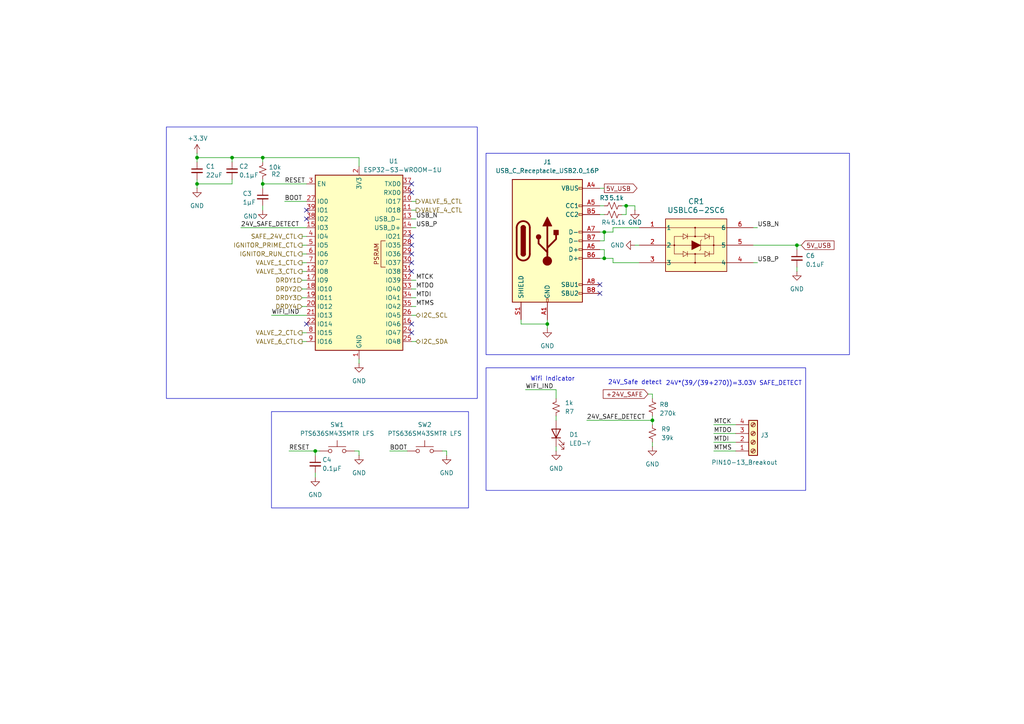
<source format=kicad_sch>
(kicad_sch (version 20250114) (generator "eeschema") (generator_version "9.0")
  (paper "A4")
  (title_block (title "ESP32 Interface") (rev "1.0.0") (company "Queen's Rocket Engineering Team"))
  (lib_symbols
    (symbol "Connector:Screw_Terminal_01x04" (pin_names (offset 1.016) (hide yes))
      (property "Reference" "J" (at 0 5.08 0))
      (property "Value" "Screw_Terminal_01x04" (at 0 -7.62 0))
      (symbol "Screw_Terminal_01x04_1_1"
        (rectangle (start -1.27 3.81) (end 1.27 -6.35) (stroke (width 0.254)) (fill (type background)))
        (polyline (pts (xy -0.5334 2.8702) (xy 0.3302 2.032)) (stroke (width 0.1524)))
        (polyline (pts (xy -0.5334 0.3302) (xy 0.3302 -0.508)) (stroke (width 0.1524)))
        (polyline (pts (xy -0.5334 -2.2098) (xy 0.3302 -3.048)) (stroke (width 0.1524)))
        (polyline (pts (xy -0.5334 -4.7498) (xy 0.3302 -5.588)) (stroke (width 0.1524)))
        (polyline (pts (xy -0.3556 3.048) (xy 0.508 2.2098)) (stroke (width 0.1524)))
        (polyline (pts (xy -0.3556 0.508) (xy 0.508 -0.3302)) (stroke (width 0.1524)))
        (polyline (pts (xy -0.3556 -2.032) (xy 0.508 -2.8702)) (stroke (width 0.1524)))
        (polyline (pts (xy -0.3556 -4.572) (xy 0.508 -5.4102)) (stroke (width 0.1524)))
        (circle (center 0 2.54) (radius 0.635) (stroke (width 0.1524)))
        (circle (center 0 0) (radius 0.635) (stroke (width 0.1524)))
        (circle (center 0 -2.54) (radius 0.635) (stroke (width 0.1524)))
        (circle (center 0 -5.08) (radius 0.635) (stroke (width 0.1524)))
        (pin passive line (at -5.08 2.54 0) (length 3.81) (name "Pin_1") (number "1"))
        (pin passive line (at -5.08 0 0) (length 3.81) (name "Pin_2") (number "2"))
        (pin passive line (at -5.08 -2.54 0) (length 3.81) (name "Pin_3") (number "3"))
        (pin passive line (at -5.08 -5.08 0) (length 3.81) (name "Pin_4") (number "4"))
      )
    )
    (symbol "Connector:USB_C_Receptacle_USB2.0_16P" (pin_names (offset 1.016))
      (property "Reference" "J" (at 0 22.225 0))
      (property "Value" "USB_C_Receptacle_USB2.0_16P" (at 0 19.685 0))
      (symbol "USB_C_Receptacle_USB2.0_16P_0_0"
        (rectangle (start -0.254 -17.78) (end 0.254 -16.764))
        (rectangle (start 10.16 15.494) (end 9.144 14.986))
        (rectangle (start 10.16 10.414) (end 9.144 9.906))
        (rectangle (start 10.16 7.874) (end 9.144 7.366))
        (rectangle (start 10.16 2.794) (end 9.144 2.286))
        (rectangle (start 10.16 0.254) (end 9.144 -0.254))
        (rectangle (start 10.16 -2.286) (end 9.144 -2.794))
        (rectangle (start 10.16 -4.826) (end 9.144 -5.334))
        (rectangle (start 10.16 -12.446) (end 9.144 -12.954))
        (rectangle (start 10.16 -14.986) (end 9.144 -15.494))
      )
      (symbol "USB_C_Receptacle_USB2.0_16P_0_1"
        (rectangle (start -10.16 17.78) (end 10.16 -17.78) (stroke (width 0.254)) (fill (type background)))
        (polyline (pts (xy -8.89 -3.81) (xy -8.89 3.81)) (stroke (width 0.508)))
        (rectangle (start -7.62 -3.81) (end -6.35 3.81) (stroke (width 0.254)) (fill (type outline)))
        (arc (start -7.62 3.81) (mid -6.985 4.4423) (end -6.35 3.81) (stroke (width 0.254)))
        (arc (start -7.62 3.81) (mid -6.985 4.4423) (end -6.35 3.81) (stroke (width 0.254)) (fill (type outline)))
        (arc (start -8.89 3.81) (mid -6.985 5.7067) (end -5.08 3.81) (stroke (width 0.508)))
        (arc (start -5.08 -3.81) (mid -6.985 -5.7067) (end -8.89 -3.81) (stroke (width 0.508)))
        (arc (start -6.35 -3.81) (mid -6.985 -4.4423) (end -7.62 -3.81) (stroke (width 0.254)))
        (arc (start -6.35 -3.81) (mid -6.985 -4.4423) (end -7.62 -3.81) (stroke (width 0.254)) (fill (type outline)))
        (polyline (pts (xy -5.08 3.81) (xy -5.08 -3.81)) (stroke (width 0.508)))
        (circle (center -2.54 1.143) (radius 0.635) (stroke (width 0.254)) (fill (type outline)))
        (polyline (pts (xy -1.27 4.318) (xy 0 6.858) (xy 1.27 4.318) (xy -1.27 4.318)) (stroke (width 0.254)) (fill (type outline)))
        (polyline (pts (xy 0 -2.032) (xy 2.54 0.508) (xy 2.54 1.778)) (stroke (width 0.508)))
        (polyline (pts (xy 0 -3.302) (xy -2.54 -0.762) (xy -2.54 0.508)) (stroke (width 0.508)))
        (polyline (pts (xy 0 -5.842) (xy 0 4.318)) (stroke (width 0.508)))
        (circle (center 0 -5.842) (radius 1.27) (fill (type outline)))
        (rectangle (start 1.905 1.778) (end 3.175 3.048) (stroke (width 0.254)) (fill (type outline)))
      )
      (symbol "USB_C_Receptacle_USB2.0_16P_1_1"
        (pin passive line (at -7.62 -22.86 90) (length 5.08) (name "SHIELD") (number "S1"))
        (pin passive line (at 0 -22.86 90) (length 5.08) (name "GND") (number "A1"))
        (pin passive line (at 0 -22.86 90) (length 5.08) (hide yes) (name "GND") (number "A12"))
        (pin passive line (at 0 -22.86 90) (length 5.08) (hide yes) (name "GND") (number "B1"))
        (pin passive line (at 0 -22.86 90) (length 5.08) (hide yes) (name "GND") (number "B12"))
        (pin passive line (at 15.24 15.24 180) (length 5.08) (name "VBUS") (number "A4"))
        (pin passive line (at 15.24 15.24 180) (length 5.08) (hide yes) (name "VBUS") (number "A9"))
        (pin passive line (at 15.24 15.24 180) (length 5.08) (hide yes) (name "VBUS") (number "B4"))
        (pin passive line (at 15.24 15.24 180) (length 5.08) (hide yes) (name "VBUS") (number "B9"))
        (pin bidirectional line (at 15.24 10.16 180) (length 5.08) (name "CC1") (number "A5"))
        (pin bidirectional line (at 15.24 7.62 180) (length 5.08) (name "CC2") (number "B5"))
        (pin bidirectional line (at 15.24 2.54 180) (length 5.08) (name "D-") (number "A7"))
        (pin bidirectional line (at 15.24 0 180) (length 5.08) (name "D-") (number "B7"))
        (pin bidirectional line (at 15.24 -2.54 180) (length 5.08) (name "D+") (number "A6"))
        (pin bidirectional line (at 15.24 -5.08 180) (length 5.08) (name "D+") (number "B6"))
        (pin bidirectional line (at 15.24 -12.7 180) (length 5.08) (name "SBU1") (number "A8"))
        (pin bidirectional line (at 15.24 -15.24 180) (length 5.08) (name "SBU2") (number "B8"))
      )
    )
    (symbol "Device:C_Small" (pin_numbers (hide yes)) (pin_names (offset 0.254) (hide yes))
      (property "Reference" "C" (at 0.254 1.778 0))
      (property "Value" "C_Small" (at 0.254 -2.032 0))
      (symbol "C_Small_0_1"
        (polyline (pts (xy -1.524 0.508) (xy 1.524 0.508)) (stroke (width 0.3048)))
        (polyline (pts (xy -1.524 -0.508) (xy 1.524 -0.508)) (stroke (width 0.3302)))
      )
      (symbol "C_Small_1_1"
        (pin passive line (at 0 2.54 270) (length 2.032) (name "~") (number "1"))
        (pin passive line (at 0 -2.54 90) (length 2.032) (name "~") (number "2"))
      )
    )
    (symbol "Device:LED" (pin_numbers (hide yes)) (pin_names (offset 1.016) (hide yes))
      (property "Reference" "D" (at 0 2.54 0))
      (property "Value" "LED" (at 0 -2.54 0))
      (symbol "LED_0_1"
        (polyline (pts (xy -3.048 -0.762) (xy -4.572 -2.286) (xy -3.81 -2.286) (xy -4.572 -2.286) (xy -4.572 -1.524)))
        (polyline (pts (xy -1.778 -0.762) (xy -3.302 -2.286) (xy -2.54 -2.286) (xy -3.302 -2.286) (xy -3.302 -1.524)))
        (polyline (pts (xy -1.27 0) (xy 1.27 0)))
        (polyline (pts (xy -1.27 -1.27) (xy -1.27 1.27)) (stroke (width 0.254)))
        (polyline (pts (xy 1.27 -1.27) (xy 1.27 1.27) (xy -1.27 0) (xy 1.27 -1.27)) (stroke (width 0.254)))
      )
      (symbol "LED_1_1"
        (pin passive line (at -3.81 0 0) (length 2.54) (name "K") (number "1"))
        (pin passive line (at 3.81 0 180) (length 2.54) (name "A") (number "2"))
      )
    )
    (symbol "Device:R_Small_US" (pin_numbers (hide yes)) (pin_names (offset 0.254) (hide yes))
      (property "Reference" "R" (at 0.762 0.508 0))
      (property "Value" "R_Small_US" (at 0.762 -1.016 0))
      (symbol "R_Small_US_1_1"
        (polyline (pts (xy 0 1.524) (xy 1.016 1.143) (xy 0 0.762) (xy -1.016 0.381) (xy 0 0)))
        (polyline (pts (xy 0 0) (xy 1.016 -0.381) (xy 0 -0.762) (xy -1.016 -1.143) (xy 0 -1.524)))
        (pin passive line (at 0 2.54 270) (length 1.016) (name "~") (number "1"))
        (pin passive line (at 0 -2.54 90) (length 1.016) (name "~") (number "2"))
      )
    )
    (symbol "RF_Module:ESP32-S3-WROOM-1"
      (property "Reference" "U" (at -12.7 26.67 0))
      (property "Value" "ESP32-S3-WROOM-1" (at 12.7 26.67 0))
      (symbol "ESP32-S3-WROOM-1_0_0"
        (rectangle (start -12.7 25.4) (end 12.7 -25.4) (stroke (width 0.254)) (fill (type background)))
        (text "PSRAM" (at 5.08 2.54 900) (effects (font (size 1.27 1.27))))
      )
      (symbol "ESP32-S3-WROOM-1_0_1"
        (polyline (pts (xy 7.62 -1.27) (xy 6.35 -1.27) (xy 6.35 6.35) (xy 7.62 6.35)))
      )
      (symbol "ESP32-S3-WROOM-1_1_1"
        (pin input line (at -15.24 22.86 0) (length 2.54) (name "EN") (number "3"))
        (pin bidirectional line (at -15.24 17.78 0) (length 2.54) (name "IO0") (number "27"))
        (pin bidirectional line (at -15.24 15.24 0) (length 2.54) (name "IO1") (number "39"))
        (pin bidirectional line (at -15.24 12.7 0) (length 2.54) (name "IO2") (number "38"))
        (pin bidirectional line (at -15.24 10.16 0) (length 2.54) (name "IO3") (number "15"))
        (pin bidirectional line (at -15.24 7.62 0) (length 2.54) (name "IO4") (number "4"))
        (pin bidirectional line (at -15.24 5.08 0) (length 2.54) (name "IO5") (number "5"))
        (pin bidirectional line (at -15.24 2.54 0) (length 2.54) (name "IO6") (number "6"))
        (pin bidirectional line (at -15.24 0 0) (length 2.54) (name "IO7") (number "7"))
        (pin bidirectional line (at -15.24 -2.54 0) (length 2.54) (name "IO8") (number "12"))
        (pin bidirectional line (at -15.24 -5.08 0) (length 2.54) (name "IO9") (number "17"))
        (pin bidirectional line (at -15.24 -7.62 0) (length 2.54) (name "IO10") (number "18"))
        (pin bidirectional line (at -15.24 -10.16 0) (length 2.54) (name "IO11") (number "19"))
        (pin bidirectional line (at -15.24 -12.7 0) (length 2.54) (name "IO12") (number "20"))
        (pin bidirectional line (at -15.24 -15.24 0) (length 2.54) (name "IO13") (number "21"))
        (pin bidirectional line (at -15.24 -17.78 0) (length 2.54) (name "IO14") (number "22"))
        (pin bidirectional line (at -15.24 -20.32 0) (length 2.54) (name "IO15") (number "8"))
        (pin bidirectional line (at -15.24 -22.86 0) (length 2.54) (name "IO16") (number "9"))
        (pin power_in line (at 0 27.94 270) (length 2.54) (name "3V3") (number "2"))
        (pin power_in line (at 0 -27.94 90) (length 2.54) (name "GND") (number "1"))
        (pin passive line (at 0 -27.94 90) (length 2.54) (hide yes) (name "GND") (number "40"))
        (pin passive line (at 0 -27.94 90) (length 2.54) (hide yes) (name "GND") (number "41"))
        (pin bidirectional line (at 15.24 22.86 180) (length 2.54) (name "TXD0") (number "37"))
        (pin bidirectional line (at 15.24 20.32 180) (length 2.54) (name "RXD0") (number "36"))
        (pin bidirectional line (at 15.24 17.78 180) (length 2.54) (name "IO17") (number "10"))
        (pin bidirectional line (at 15.24 15.24 180) (length 2.54) (name "IO18") (number "11"))
        (pin bidirectional line (at 15.24 12.7 180) (length 2.54) (name "USB_D-") (number "13"))
        (pin bidirectional line (at 15.24 10.16 180) (length 2.54) (name "USB_D+") (number "14"))
        (pin bidirectional line (at 15.24 7.62 180) (length 2.54) (name "IO21") (number "23"))
        (pin bidirectional line (at 15.24 5.08 180) (length 2.54) (name "IO35") (number "28"))
        (pin bidirectional line (at 15.24 2.54 180) (length 2.54) (name "IO36") (number "29"))
        (pin bidirectional line (at 15.24 0 180) (length 2.54) (name "IO37") (number "30"))
        (pin bidirectional line (at 15.24 -2.54 180) (length 2.54) (name "IO38") (number "31"))
        (pin bidirectional line (at 15.24 -5.08 180) (length 2.54) (name "IO39") (number "32"))
        (pin bidirectional line (at 15.24 -7.62 180) (length 2.54) (name "IO40") (number "33"))
        (pin bidirectional line (at 15.24 -10.16 180) (length 2.54) (name "IO41") (number "34"))
        (pin bidirectional line (at 15.24 -12.7 180) (length 2.54) (name "IO42") (number "35"))
        (pin bidirectional line (at 15.24 -15.24 180) (length 2.54) (name "IO45") (number "26"))
        (pin bidirectional line (at 15.24 -17.78 180) (length 2.54) (name "IO46") (number "16"))
        (pin bidirectional line (at 15.24 -20.32 180) (length 2.54) (name "IO47") (number "24"))
        (pin bidirectional line (at 15.24 -22.86 180) (length 2.54) (name "IO48") (number "25"))
      )
    )
    (symbol "Switch:SW_Push" (pin_numbers (hide yes)) (pin_names (offset 1.016) (hide yes))
      (property "Reference" "SW" (at 1.27 2.54 0))
      (property "Value" "SW_Push" (at 0 -1.524 0))
      (symbol "SW_Push_0_1"
        (circle (center -2.032 0) (radius 0.508))
        (polyline (pts (xy 0 1.27) (xy 0 3.048)))
        (circle (center 2.032 0) (radius 0.508))
        (polyline (pts (xy 2.54 1.27) (xy -2.54 1.27)))
        (pin passive line (at -5.08 0 0) (length 2.54) (name "1") (number "1"))
        (pin passive line (at 5.08 0 180) (length 2.54) (name "2") (number "2"))
      )
    )
    (symbol "USBLC6-2SC6:USBLC6-2SC6" (pin_names (offset 0.254))
      (property "Reference" "CR1" (at 16.51 7.62 0))
      (property "Value" "USBLC6-2SC6" (at 16.51 5.08 0))
      (symbol "USBLC6-2SC6_0_1"
        (polyline (pts (xy 7.62 2.54) (xy 7.62 -12.7)) (stroke (width 0.127)) (fill (type outline)))
        (polyline (pts (xy 7.62 0) (xy 25.4 0)) (stroke (width 0.127)))
        (polyline (pts (xy 7.62 -5.08) (xy 25.4 -5.08)) (stroke (width 0.127)))
        (polyline (pts (xy 7.62 -10.16) (xy 25.4 -10.16)) (stroke (width 0.127)))
        (polyline (pts (xy 7.62 -12.7) (xy 25.4 -12.7)) (stroke (width 0.127)) (fill (type outline)))
        (polyline (pts (xy 10.16 -2.54) (xy 10.16 -7.62)) (stroke (width 0.127)))
        (circle (center 10.16 -5.08) (radius 0.127) (stroke (width 0.254)))
        (polyline (pts (xy 10.16 -7.62) (xy 12.7 -7.62)) (stroke (width 0.127)))
        (polyline (pts (xy 12.7 -1.778) (xy 12.7 -3.302)) (stroke (width 0.127)))
        (polyline (pts (xy 12.7 -2.54) (xy 10.16 -2.54)) (stroke (width 0.127)))
        (polyline (pts (xy 12.7 -3.302) (xy 13.97 -2.54)) (stroke (width 0.127)))
        (polyline (pts (xy 12.7 -6.858) (xy 12.7 -8.382)) (stroke (width 0.127)))
        (polyline (pts (xy 12.7 -8.382) (xy 13.97 -7.62)) (stroke (width 0.127)))
        (polyline (pts (xy 13.97 -1.778) (xy 13.97 -3.302)) (stroke (width 0.127)))
        (polyline (pts (xy 13.97 -2.54) (xy 12.7 -1.778)) (stroke (width 0.127)))
        (polyline (pts (xy 13.97 -2.54) (xy 19.05 -2.54)) (stroke (width 0.127)))
        (polyline (pts (xy 13.97 -6.858) (xy 13.97 -8.382)) (stroke (width 0.127)))
        (polyline (pts (xy 13.97 -7.62) (xy 12.7 -6.858)) (stroke (width 0.127)))
        (polyline (pts (xy 13.97 -7.62) (xy 19.05 -7.62)) (stroke (width 0.127)))
        (polyline (pts (xy 15.24 -3.81) (xy 15.24 -6.35)) (stroke (width 0.127)))
        (polyline (pts (xy 15.24 -3.81) (xy 15.24 -6.35) (xy 17.78 -5.08)) (fill (type outline)))
        (polyline (pts (xy 15.24 -6.35) (xy 17.78 -5.08)) (stroke (width 0.127)))
        (circle (center 16.1925 0) (radius 0.127) (stroke (width 0.254)))
        (polyline (pts (xy 16.1925 -2.54) (xy 16.1925 0)) (stroke (width 0.127)))
        (circle (center 16.1925 -2.54) (radius 0.127) (stroke (width 0.254)))
        (polyline (pts (xy 16.1925 -7.62) (xy 16.1925 -10.16)) (stroke (width 0.127)))
        (circle (center 16.1925 -7.62) (radius 0.127) (stroke (width 0.254)))
        (circle (center 16.1925 -10.16) (radius 0.127) (stroke (width 0.254)))
        (polyline (pts (xy 17.78 -3.81) (xy 17.78 -6.35)) (stroke (width 0.127)))
        (polyline (pts (xy 17.78 -3.81) (xy 18.0975 -3.4925)) (stroke (width 0.127)))
        (polyline (pts (xy 17.78 -5.08) (xy 15.24 -3.81)) (stroke (width 0.127)))
        (polyline (pts (xy 17.78 -6.35) (xy 17.4625 -6.6675)) (stroke (width 0.127)))
        (polyline (pts (xy 19.05 -1.778) (xy 20.32 -2.54)) (stroke (width 0.127)))
        (polyline (pts (xy 19.05 -3.302) (xy 19.05 -1.778)) (stroke (width 0.127)))
        (polyline (pts (xy 19.05 -6.858) (xy 20.32 -7.62)) (stroke (width 0.127)))
        (polyline (pts (xy 19.05 -8.382) (xy 19.05 -6.858)) (stroke (width 0.127)))
        (polyline (pts (xy 20.32 -2.54) (xy 19.05 -3.302)) (stroke (width 0.127)))
        (polyline (pts (xy 20.32 -2.54) (xy 21.59 -2.54)) (stroke (width 0.127)))
        (polyline (pts (xy 20.32 -3.302) (xy 20.32 -1.778)) (stroke (width 0.127)))
        (polyline (pts (xy 20.32 -7.62) (xy 19.05 -8.382)) (stroke (width 0.127)))
        (polyline (pts (xy 20.32 -7.62) (xy 21.59 -7.62)) (stroke (width 0.127)))
        (polyline (pts (xy 20.32 -8.382) (xy 20.32 -6.858)) (stroke (width 0.127)))
        (circle (center 21.59 -5.08) (radius 0.127) (stroke (width 0.254)))
        (polyline (pts (xy 21.59 -7.62) (xy 21.59 -2.54)) (stroke (width 0.127)))
        (polyline (pts (xy 25.4 2.54) (xy 7.62 2.54)) (stroke (width 0.127)) (fill (type outline)))
        (polyline (pts (xy 25.4 -12.7) (xy 25.4 2.54)) (stroke (width 0.127)) (fill (type outline)))
        (pin unspecified line (at 0 0 0) (length 7.62) (name "1") (number "1"))
        (pin unspecified line (at 0 -5.08 0) (length 7.62) (name "2") (number "2"))
        (pin unspecified line (at 0 -10.16 0) (length 7.62) (name "3") (number "3"))
        (pin unspecified line (at 33.02 0 180) (length 7.62) (name "6") (number "6"))
        (pin unspecified line (at 33.02 -5.08 180) (length 7.62) (name "5") (number "5"))
        (pin unspecified line (at 33.02 -10.16 180) (length 7.62) (name "4") (number "4"))
      )
      (symbol "USBLC6-2SC6_1_1"
        (rectangle (start 7.62 2.54) (end 25.4 -12.7) (fill (type color) (color 255 255 194 1)))
      )
    )
    (symbol "power:+5V" (power) (pin_numbers (hide yes)) (pin_names (offset 0) (hide yes))
      (property "Value" "+5V" (at 0 3.556 0))
      (symbol "+5V_0_1"
        (polyline (pts (xy -0.762 1.27) (xy 0 2.54)))
        (polyline (pts (xy 0 2.54) (xy 0.762 1.27)))
        (polyline (pts (xy 0 0) (xy 0 2.54)))
      )
      (symbol "+5V_1_1"
        (pin power_in line (at 0 0 90) (length 0) (name "~") (number "1"))
      )
    )
    (symbol "power:GND" (power) (pin_numbers (hide yes)) (pin_names (offset 0) (hide yes))
      (property "Value" "GND" (at 0 -3.81 0))
      (symbol "GND_0_1"
        (polyline (pts (xy 0 0) (xy 0 -1.27) (xy 1.27 -1.27) (xy 0 -2.54) (xy -1.27 -1.27) (xy 0 -1.27)))
      )
      (symbol "GND_1_1"
        (pin power_in line (at 0 0 270) (length 0) (name "~") (number "1"))
      )
    )
  )
  (rectangle (start 78.74 119.38) (end 135.89 147.32))
  (rectangle (start 48.26 36.83) (end 138.43 115.57))
  (rectangle (start 140.97 106.68) (end 233.68 142.24))
  (rectangle (start 140.97 44.45) (end 246.38 102.87))
  (text "Wifi Indicator" (at 160.274 109.982 0) (effects (font (size 1.27 1.27))))
  (text "24V_Safe detect" (at 184.15 110.998 0) (effects (font (size 1.27 1.27))))
  (text "24V*(39/(39+270))=3.03V SAFE_DETECT" (at 212.852 111.252 0) (effects (font (size 1.27 1.27))))
  (junction (at 57.15 45.72))
  (junction (at 175.26 74.93))
  (junction (at 57.15 53.34))
  (junction (at 175.26 67.31))
  (junction (at 67.31 45.72))
  (junction (at 231.14 71.12))
  (junction (at 181.61 59.69))
  (junction (at 189.23 121.92))
  (junction (at 91.44 130.81))
  (junction (at 158.75 93.98))
  (junction (at 76.2 45.72))
  (junction (at 76.2 53.34))
  (no_connect (at 119.38 93.98))
  (no_connect (at 119.38 96.52))
  (no_connect (at 119.38 55.88))
  (no_connect (at 173.99 85.09))
  (no_connect (at 119.38 76.2))
  (no_connect (at 88.9 63.5))
  (no_connect (at 119.38 73.66))
  (no_connect (at 119.38 53.34))
  (no_connect (at 173.99 82.55))
  (no_connect (at 88.9 93.98))
  (no_connect (at 88.9 60.96))
  (no_connect (at 119.38 71.12))
  (no_connect (at 119.38 78.74))
  (no_connect (at 119.38 68.58))
  (wire (pts (xy 184.15 71.12) (xy 185.42 71.12)))
  (wire (pts (xy 76.2 46.99) (xy 76.2 45.72)))
  (wire (pts (xy 177.8 66.04) (xy 177.8 67.31)))
  (wire (pts (xy 87.63 99.06) (xy 88.9 99.06)))
  (wire (pts (xy 189.23 129.54) (xy 189.23 128.27)))
  (wire (pts (xy 173.99 69.85) (xy 175.26 69.85)))
  (wire (pts (xy 119.38 63.5) (xy 120.65 63.5)))
  (wire (pts (xy 119.38 99.06) (xy 120.65 99.06)))
  (wire (pts (xy 181.61 59.69) (xy 181.61 62.23)))
  (wire (pts (xy 218.44 76.2) (xy 219.71 76.2)))
  (wire (pts (xy 87.63 83.82) (xy 88.9 83.82)))
  (wire (pts (xy 207.01 125.73) (xy 213.36 125.73)))
  (wire (pts (xy 207.01 123.19) (xy 213.36 123.19)))
  (wire (pts (xy 119.38 86.36) (xy 120.65 86.36)))
  (wire (pts (xy 180.34 59.69) (xy 181.61 59.69)))
  (wire (pts (xy 207.01 130.81) (xy 213.36 130.81)))
  (wire (pts (xy 67.31 45.72) (xy 67.31 46.99)))
  (wire (pts (xy 189.23 120.65) (xy 189.23 121.92)))
  (wire (pts (xy 104.14 45.72) (xy 104.14 48.26)))
  (wire (pts (xy 57.15 53.34) (xy 57.15 54.61)))
  (wire (pts (xy 161.29 113.03) (xy 161.29 115.57)))
  (wire (pts (xy 177.8 67.31) (xy 175.26 67.31)))
  (wire (pts (xy 184.15 59.69) (xy 181.61 59.69)))
  (wire (pts (xy 218.44 71.12) (xy 231.14 71.12)))
  (wire (pts (xy 76.2 53.34) (xy 76.2 54.61)))
  (wire (pts (xy 104.14 104.14) (xy 104.14 105.41)))
  (wire (pts (xy 151.13 93.98) (xy 158.75 93.98)))
  (wire (pts (xy 173.99 59.69) (xy 175.26 59.69)))
  (wire (pts (xy 102.87 130.81) (xy 104.14 130.81)))
  (wire (pts (xy 119.38 66.04) (xy 120.65 66.04)))
  (wire (pts (xy 173.99 54.61) (xy 175.26 54.61)))
  (wire (pts (xy 173.99 67.31) (xy 175.26 67.31)))
  (wire (pts (xy 119.38 91.44) (xy 120.65 91.44)))
  (wire (pts (xy 87.63 78.74) (xy 88.9 78.74)))
  (wire (pts (xy 119.38 81.28) (xy 120.65 81.28)))
  (wire (pts (xy 104.14 130.81) (xy 104.14 132.08)))
  (wire (pts (xy 69.85 66.04) (xy 88.9 66.04)))
  (wire (pts (xy 91.44 130.81) (xy 91.44 132.08)))
  (wire (pts (xy 87.63 76.2) (xy 88.9 76.2)))
  (wire (pts (xy 189.23 123.19) (xy 189.23 121.92)))
  (wire (pts (xy 129.54 130.81) (xy 129.54 132.08)))
  (wire (pts (xy 57.15 52.07) (xy 57.15 53.34)))
  (wire (pts (xy 119.38 58.42) (xy 120.65 58.42)))
  (wire (pts (xy 207.01 128.27) (xy 213.36 128.27)))
  (wire (pts (xy 177.8 76.2) (xy 177.8 74.93)))
  (wire (pts (xy 231.14 71.12) (xy 231.14 72.39)))
  (wire (pts (xy 67.31 52.07) (xy 67.31 53.34)))
  (wire (pts (xy 87.63 68.58) (xy 88.9 68.58)))
  (wire (pts (xy 91.44 130.81) (xy 92.71 130.81)))
  (wire (pts (xy 128.27 130.81) (xy 129.54 130.81)))
  (wire (pts (xy 83.82 130.81) (xy 91.44 130.81)))
  (wire (pts (xy 158.75 92.71) (xy 158.75 93.98)))
  (wire (pts (xy 187.96 114.3) (xy 189.23 114.3)))
  (wire (pts (xy 87.63 81.28) (xy 88.9 81.28)))
  (wire (pts (xy 78.74 91.44) (xy 88.9 91.44)))
  (wire (pts (xy 87.63 71.12) (xy 88.9 71.12)))
  (wire (pts (xy 119.38 60.96) (xy 120.65 60.96)))
  (wire (pts (xy 173.99 72.39) (xy 175.26 72.39)))
  (wire (pts (xy 161.29 113.03) (xy 152.4 113.03)))
  (wire (pts (xy 161.29 129.54) (xy 161.29 130.81)))
  (wire (pts (xy 170.18 121.92) (xy 189.23 121.92)))
  (wire (pts (xy 57.15 53.34) (xy 67.31 53.34)))
  (wire (pts (xy 173.99 62.23) (xy 175.26 62.23)))
  (wire (pts (xy 87.63 96.52) (xy 88.9 96.52)))
  (wire (pts (xy 185.42 76.2) (xy 177.8 76.2)))
  (wire (pts (xy 175.26 67.31) (xy 175.26 69.85)))
  (wire (pts (xy 82.55 58.42) (xy 88.9 58.42)))
  (wire (pts (xy 119.38 83.82) (xy 120.65 83.82)))
  (wire (pts (xy 177.8 74.93) (xy 175.26 74.93)))
  (wire (pts (xy 173.99 74.93) (xy 175.26 74.93)))
  (wire (pts (xy 158.75 93.98) (xy 158.75 95.25)))
  (wire (pts (xy 76.2 53.34) (xy 88.9 53.34)))
  (wire (pts (xy 76.2 59.69) (xy 76.2 60.96)))
  (wire (pts (xy 185.42 66.04) (xy 177.8 66.04)))
  (wire (pts (xy 161.29 120.65) (xy 161.29 121.92)))
  (wire (pts (xy 87.63 73.66) (xy 88.9 73.66)))
  (wire (pts (xy 87.63 88.9) (xy 88.9 88.9)))
  (wire (pts (xy 231.14 77.47) (xy 231.14 78.74)))
  (wire (pts (xy 189.23 114.3) (xy 189.23 115.57)))
  (wire (pts (xy 91.44 137.16) (xy 91.44 138.43)))
  (wire (pts (xy 113.03 130.81) (xy 118.11 130.81)))
  (wire (pts (xy 151.13 92.71) (xy 151.13 93.98)))
  (wire (pts (xy 67.31 45.72) (xy 76.2 45.72)))
  (wire (pts (xy 76.2 45.72) (xy 104.14 45.72)))
  (wire (pts (xy 57.15 46.99) (xy 57.15 45.72)))
  (wire (pts (xy 184.15 60.96) (xy 184.15 59.69)))
  (wire (pts (xy 87.63 86.36) (xy 88.9 86.36)))
  (wire (pts (xy 175.26 72.39) (xy 175.26 74.93)))
  (wire (pts (xy 57.15 45.72) (xy 67.31 45.72)))
  (wire (pts (xy 218.44 66.04) (xy 219.71 66.04)))
  (wire (pts (xy 181.61 62.23) (xy 180.34 62.23)))
  (wire (pts (xy 119.38 88.9) (xy 120.65 88.9)))
  (wire (pts (xy 57.15 44.45) (xy 57.15 45.72)))
  (wire (pts (xy 232.41 71.12) (xy 231.14 71.12)))
  (wire (pts (xy 76.2 52.07) (xy 76.2 53.34)))
  (label "USB_N" (at 219.71 66.04 0))
  (label "24V_SAFE_DETECT" (at 170.18 121.92 0))
  (label "MTCK" (at 207.01 123.19 0))
  (label "MTMS" (at 207.01 130.81 0))
  (label "USB_P" (at 120.65 66.04 0))
  (label "BOOT" (at 82.55 58.42 0))
  (label "USB_N" (at 120.65 63.5 0))
  (label "RESET" (at 83.82 130.81 0))
  (label "BOOT" (at 113.03 130.81 0))
  (label "RESET" (at 82.55 53.34 0))
  (label "USB_P" (at 219.71 76.2 0))
  (label "MTDO" (at 207.01 125.73 0))
  (label "MTMS" (at 120.65 88.9 0))
  (label "24V_SAFE_DETECT" (at 69.85 66.04 0))
  (label "MTCK" (at 120.65 81.28 0))
  (label "WIFI_IND" (at 152.4 113.03 0))
  (label "MTDI" (at 207.01 128.27 0))
  (label "WIFI_IND" (at 78.74 91.44 0))
  (label "MTDO" (at 120.65 83.82 0))
  (label "MTDI" (at 120.65 86.36 0))
  (global_label "5V_USB" (shape input) (at 232.41 71.12 0) (property "Intersheetrefs" "${INTERSHEET_REFS}" (effects (hide yes))))
  (global_label "+24V_SAFE" (shape input) (at 187.96 114.3 180) (property "Intersheetrefs" "${INTERSHEET_REFS}" (effects (hide yes))))
  (global_label "5V_USB" (shape output) (at 175.26 54.61 0) (property "Intersheetrefs" "${INTERSHEET_REFS}" (effects (hide yes))))
  (hierarchical_label "VALVE_5_CTL" (shape output) (at 120.65 58.42 0))
  (hierarchical_label "DRDY1" (shape input) (at 87.63 81.28 180))
  (hierarchical_label "VALVE_3_CTL" (shape output) (at 87.63 78.74 180))
  (hierarchical_label "VALVE_2_CTL" (shape output) (at 87.63 96.52 180))
  (hierarchical_label "IGNITOR_PRIME_CTL" (shape output) (at 87.63 71.12 180))
  (hierarchical_label "DRDY2" (shape input) (at 87.63 83.82 180))
  (hierarchical_label "I2C_SCL" (shape bidirectional) (at 120.65 91.44 0))
  (hierarchical_label "VALVE_1_CTL" (shape output) (at 87.63 76.2 180))
  (hierarchical_label "SAFE_24V_CTL" (shape output) (at 87.63 68.58 180))
  (hierarchical_label "I2C_SDA" (shape bidirectional) (at 120.65 99.06 0))
  (hierarchical_label "VALVE_6_CTL" (shape output) (at 87.63 99.06 180))
  (hierarchical_label "VALVE_4_CTL" (shape output) (at 120.65 60.96 0))
  (hierarchical_label "DRDY3" (shape input) (at 87.63 86.36 180))
  (hierarchical_label "IGNITOR_RUN_CTL" (shape output) (at 87.63 73.66 180))
  (hierarchical_label "DRDY4" (shape input) (at 87.63 88.9 180))
  (symbol (lib_id "Device:R_Small_US") (at 177.8 59.69 90) (unit 1)
    (property "Reference" "R3" (at 175.26 57.404 90))
    (property "Value" "5.1k" (at 178.816 57.404 90))
    (property "Footprint" "Resistor_SMD:R_0402_1005Metric" (effects (hide yes)))
    (property "Description" "Resistor, small US symbol" (effects (hide yes)))
  )
  (symbol (lib_id "Device:C_Small") (at 231.14 74.93 0) (unit 1)
    (property "Reference" "C6" (at 233.68 74.168 0) (effects (justify left)))
    (property "Value" "0.1uF" (at 233.68 76.708 0) (effects (justify left)))
    (property "Footprint" "Capacitor_SMD:C_0402_1005Metric" (effects (hide yes)))
    (property "Description" "Unpolarized capacitor, small symbol" (effects (hide yes)))
    (property "Voltage" "50V" (effects (hide yes)))
    (property "Dielectric" "X5R or X7R" (effects (hide yes)))
    (property "P/N" "CL31A106KBHNNNE" (effects (hide yes)))
    (property "LCSC" "C13585" (effects (hide yes)))
  )
  (symbol (lib_id "power:GND") (at 57.15 54.61 0) (unit 1)
    (property "Reference" "#PWR03" (effects (hide yes)))
    (property "Value" "GND" (at 57.15 59.69 0))
    (property "Description" "Power symbol creates a global label with name \"GND\" , ground" (effects (hide yes)))
  )
  (symbol (lib_id "Device:R_Small_US") (at 189.23 118.11 0) (unit 1)
    (property "Reference" "R8" (at 191.262 117.348 0) (effects (justify left)))
    (property "Value" "270k" (at 191.262 119.888 0) (effects (justify left)))
    (property "Footprint" "Resistor_SMD:R_0402_1005Metric" (effects (hide yes)))
    (property "Description" "Resistor, small US symbol" (effects (hide yes)))
  )
  (symbol (lib_id "power:GND") (at 129.54 132.08 0) (unit 1)
    (property "Reference" "#PWR09" (effects (hide yes)))
    (property "Value" "GND" (at 129.54 137.16 0))
    (property "Description" "Power symbol creates a global label with name \"GND\" , ground" (effects (hide yes)))
  )
  (symbol (lib_id "Switch:SW_Push") (at 97.79 130.81 0) (unit 1)
    (property "Reference" "SW1" (at 97.79 123.19 0))
    (property "Value" "PTS636SM43SMTR LFS" (at 97.79 125.73 0))
    (property "Footprint" "Button_Switch_SMD:SW_Tactile_SPST_NO_Straight_CK_PTS636Sx25SMTRLFS" (effects (hide yes)))
    (property "Description" "Push button switch, generic, two pins" (effects (hide yes)))
  )
  (symbol (lib_id "Device:R_Small_US") (at 189.23 125.73 0) (unit 1)
    (property "Reference" "R9" (at 191.77 124.4599 0) (effects (justify left)))
    (property "Value" "39k" (at 191.77 126.9999 0) (effects (justify left)))
    (property "Footprint" "Resistor_SMD:R_0402_1005Metric" (effects (hide yes)))
    (property "Description" "Resistor, small US symbol" (effects (hide yes)))
  )
  (symbol (lib_id "Device:R_Small_US") (at 177.8 62.23 90) (unit 1)
    (property "Reference" "R4" (at 175.768 64.516 90))
    (property "Value" "5.1k" (at 179.324 64.516 90))
    (property "Footprint" "Resistor_SMD:R_0402_1005Metric" (effects (hide yes)))
    (property "Description" "Resistor, small US symbol" (effects (hide yes)))
  )
  (symbol (lib_id "Device:C_Small") (at 67.31 49.53 0) (unit 1)
    (property "Reference" "C2" (at 69.342 48.26 0) (effects (justify left)))
    (property "Value" "0.1μF" (at 69.342 50.8 0) (effects (justify left)))
    (property "Footprint" "Capacitor_SMD:C_0402_1005Metric" (effects (hide yes)))
    (property "Description" "Unpolarized capacitor, small symbol" (effects (hide yes)))
    (property "MPN" "CL05B104KO5NNNC" (effects (hide yes)))
    (property "LCSC" "C1525" (effects (hide yes)))
  )
  (symbol (lib_id "Device:C_Small") (at 57.15 49.53 0) (unit 1)
    (property "Reference" "C1" (at 59.69 48.2662 0) (effects (justify left)))
    (property "Value" "22uF" (at 59.69 50.8062 0) (effects (justify left)))
    (property "Footprint" "Capacitor_SMD:C_1206_3216Metric" (effects (hide yes)))
    (property "Description" "Unpolarized capacitor, small symbol" (effects (hide yes)))
    (property "Voltage" "50V" (effects (hide yes)))
    (property "Dielectric" "X5R or X7R" (effects (hide yes)))
    (property "P/N" "CL31A106KBHNNNE" (effects (hide yes)))
    (property "LCSC" "C13585" (effects (hide yes)))
  )
  (symbol (lib_id "power:GND") (at 184.15 71.12 270) (unit 1)
    (property "Reference" "#PWR05" (effects (hide yes)))
    (property "Value" "GND" (at 179.07 71.12 90))
    (property "Description" "Power symbol creates a global label with name \"GND\" , ground" (effects (hide yes)))
  )
  (symbol (lib_id "Device:LED") (at 161.29 125.73 90) (unit 1)
    (property "Reference" "D1" (at 165.1 126.0474 90) (effects (justify right)))
    (property "Value" "LED-Y" (at 165.1 128.5874 90) (effects (justify right)))
    (property "Footprint" "LED_SMD:LED_0805_2012Metric" (effects (hide yes)))
    (property "Description" "Light emitting diode" (effects (hide yes)))
    (property "Sim.Pins" "1=K 2=A" (effects (hide yes)))
    (property "LCSC" "C2296" (effects (hide yes)))
  )
  (symbol (lib_id "power:GND") (at 76.2 60.96 0) (unit 1)
    (property "Reference" "#PWR04" (effects (hide yes)))
    (property "Value" "GND" (at 72.644 62.738 0))
    (property "Description" "Power symbol creates a global label with name \"GND\" , ground" (effects (hide yes)))
  )
  (symbol (lib_id "power:GND") (at 161.29 130.81 0) (unit 1)
    (property "Reference" "#PWR0103" (effects (hide yes)))
    (property "Value" "GND" (at 161.29 135.89 0))
    (property "Description" "Power symbol creates a global label with name \"GND\" , ground" (effects (hide yes)))
  )
  (symbol (lib_id "Device:R_Small_US") (at 76.2 49.53 0) (mirror x) (unit 1)
    (property "Reference" "R2" (at 80.01 50.546 0))
    (property "Value" "10k" (at 79.756 48.514 0))
    (property "Footprint" "Resistor_SMD:R_0402_1005Metric" (effects (hide yes)))
    (property "Description" "Resistor, small US symbol" (effects (hide yes)))
  )
  (symbol (lib_id "Device:C_Small") (at 76.2 57.15 0) (unit 1)
    (property "Reference" "C3" (at 70.358 56.134 0) (effects (justify left)))
    (property "Value" "1μF" (at 70.358 58.674 0) (effects (justify left)))
    (property "Footprint" "Capacitor_SMD:C_0402_1005Metric" (effects (hide yes)))
    (property "Description" "Unpolarized capacitor, small symbol" (effects (hide yes)))
    (property "MPN" "CL05B104KO5NNNC" (effects (hide yes)))
    (property "LCSC" "C1525" (effects (hide yes)))
  )
  (symbol (lib_id "Device:C_Small") (at 91.44 134.62 0) (unit 1)
    (property "Reference" "C4" (at 93.472 133.35 0) (effects (justify left)))
    (property "Value" "0.1μF" (at 93.472 135.89 0) (effects (justify left)))
    (property "Footprint" "Capacitor_SMD:C_0402_1005Metric" (effects (hide yes)))
    (property "Description" "Unpolarized capacitor, small symbol" (effects (hide yes)))
    (property "MPN" "CL05B104KO5NNNC" (effects (hide yes)))
    (property "LCSC" "C1525" (effects (hide yes)))
  )
  (symbol (lib_id "power:GND") (at 158.75 95.25 0) (unit 1)
    (property "Reference" "#PWR01" (effects (hide yes)))
    (property "Value" "GND" (at 158.75 100.33 0))
    (property "Description" "Power symbol creates a global label with name \"GND\" , ground" (effects (hide yes)))
  )
  (symbol (lib_id "power:+5V") (at 57.15 44.45 0) (unit 1)
    (property "Reference" "#PWR0104" (effects (hide yes)))
    (property "Value" "+3.3V" (at 54.356 40.132 0) (effects (justify left)))
    (property "Description" "Power symbol creates a global label with name \"+5V\"" (effects (hide yes)))
  )
  (symbol (lib_id "power:GND") (at 104.14 132.08 0) (unit 1)
    (property "Reference" "#PWR07" (effects (hide yes)))
    (property "Value" "GND" (at 104.14 137.16 0))
    (property "Description" "Power symbol creates a global label with name \"GND\" , ground" (effects (hide yes)))
  )
  (symbol (lib_id "Connector:Screw_Terminal_01x04") (at 218.44 128.27 0) (mirror x) (unit 1)
    (property "Reference" "J3" (at 221.742 126.238 0))
    (property "Value" "PIN10-13_Breakout" (at 215.9 134.112 0))
    (property "Footprint" "TerminalBlock:TerminalBlock_Xinya_XY308-2.54-4P_1x04_P2.54mm_Horizontal" (effects (hide yes)))
    (property "Description" "Generic screw terminal, single row, 01x04, script generated (kicad-library-utils/schlib/autogen/connector/)" (effects (hide yes)))
    (property "Digikey PN" "ED10563-ND" (effects (hide yes)))
  )
  (symbol (lib_id "Connector:USB_C_Receptacle_USB2.0_16P") (at 158.75 69.85 0) (unit 1)
    (property "Reference" "J1" (at 158.75 46.99 0))
    (property "Value" "USB_C_Receptacle_USB2.0_16P" (at 158.75 49.53 0))
    (property "Footprint" "Connector_USB:USB_C_Receptacle_HCTL_HC-TYPE-C-16P-01A" (effects (hide yes)))
    (property "Datasheet" "https://www.usb.org/sites/default/files/documents/usb_type-c.zip" (effects (hide yes)))
    (property "Description" "USB 2.0-only 16P Type-C Receptacle connector" (effects (hide yes)))
  )
  (symbol (lib_id "power:GND") (at 91.44 138.43 0) (unit 1)
    (property "Reference" "#PWR06" (effects (hide yes)))
    (property "Value" "GND" (at 91.44 143.51 0))
    (property "Description" "Power symbol creates a global label with name \"GND\" , ground" (effects (hide yes)))
  )
  (symbol (lib_id "Switch:SW_Push") (at 123.19 130.81 0) (unit 1)
    (property "Reference" "SW2" (at 123.19 123.19 0))
    (property "Value" "PTS636SM43SMTR LFS" (at 123.19 125.73 0))
    (property "Footprint" "Button_Switch_SMD:SW_Tactile_SPST_NO_Straight_CK_PTS636Sx25SMTRLFS" (effects (hide yes)))
    (property "Description" "Push button switch, generic, two pins" (effects (hide yes)))
  )
  (symbol (lib_id "Device:R_Small_US") (at 161.29 118.11 0) (mirror x) (unit 1)
    (property "Reference" "R7" (at 163.83 119.3801 0) (effects (justify left)))
    (property "Value" "1k" (at 163.83 116.8401 0) (effects (justify left)))
    (property "Footprint" "Resistor_SMD:R_0402_1005Metric" (effects (hide yes)))
    (property "Description" "Resistor, small US symbol" (effects (hide yes)))
  )
  (symbol (lib_id "power:GND") (at 104.14 105.41 0) (unit 1)
    (property "Reference" "#PWR0105" (effects (hide yes)))
    (property "Value" "GND" (at 104.14 110.49 0))
    (property "Description" "Power symbol creates a global label with name \"GND\" , ground" (effects (hide yes)))
  )
  (symbol (lib_id "USBLC6-2SC6:USBLC6-2SC6") (at 185.42 66.04 0) (unit 1)
    (property "Reference" "CR1" (at 201.93 58.42 0) (effects (font (size 1.524 1.524))))
    (property "Value" "USBLC6-2SC6" (at 201.93 60.96 0) (effects (font (size 1.524 1.524))))
    (property "Footprint" "Package_TO_SOT_SMD:SOT-23-6" (effects (hide yes)))
    (property "Datasheet" "https://www.st.com/resource/en/datasheet/usblc6-2.pdf" (effects (hide yes)))
    (property "LCSC" "C7519" (effects (hide yes)))
  )
  (symbol (lib_id "power:GND") (at 231.14 78.74 0) (unit 1)
    (property "Reference" "#PWR010" (effects (hide yes)))
    (property "Value" "GND" (at 231.14 83.82 0))
    (property "Description" "Power symbol creates a global label with name \"GND\" , ground" (effects (hide yes)))
  )
  (symbol (lib_id "power:GND") (at 189.23 129.54 0) (unit 1)
    (property "Reference" "#PWR0106" (effects (hide yes)))
    (property "Value" "GND" (at 189.23 134.62 0))
    (property "Description" "Power symbol creates a global label with name \"GND\" , ground" (effects (hide yes)))
  )
  (symbol (lib_id "RF_Module:ESP32-S3-WROOM-1") (at 104.14 76.2 0) (unit 1)
    (property "Reference" "U1" (at 112.776 46.736 0) (effects (justify left)))
    (property "Value" "ESP32-S3-WROOM-1U" (at 105.41 49.276 0) (effects (justify left)))
    (property "Footprint" "RF_Module:ESP32-S3-WROOM-1U" (effects (hide yes)))
    (property "Datasheet" "https://www.espressif.com/sites/default/files/documentation/esp32-s3-wroom-1_wroom-1u_datasheet_en.pdf" (effects (hide yes)))
    (property "Description" "RF Module, ESP32-S3 SoC, Wi-Fi 802.11b/g/n, Bluetooth, BLE, 32-bit, 3.3V, SMD" (effects (hide yes)))
    (property "LCSC" "C3013946" (effects (hide yes)))
  )
  (symbol (lib_id "power:GND") (at 184.15 60.96 0) (unit 1)
    (property "Reference" "#PWR02" (effects (hide yes)))
    (property "Value" "GND" (at 184.15 64.516 0))
    (property "Description" "Power symbol creates a global label with name \"GND\" , ground" (effects (hide yes)))
  )
)
</source>
